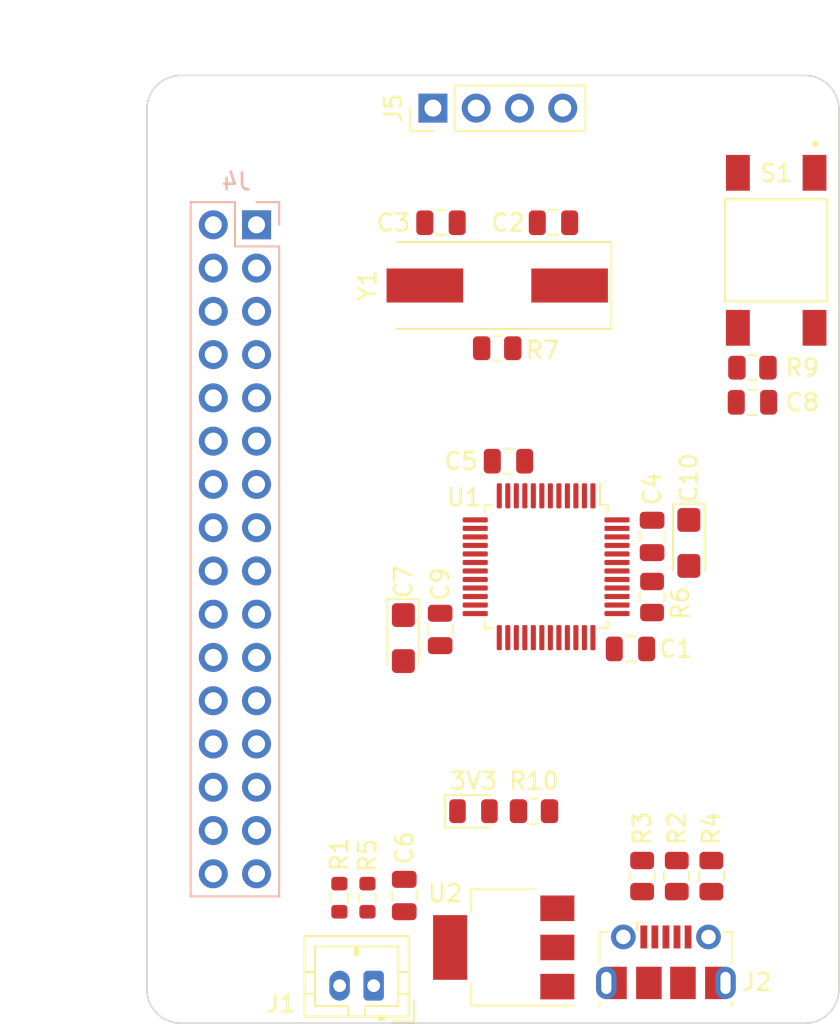
<source format=kicad_pcb>
(kicad_pcb (version 20211014) (generator pcbnew)
  (layers (0 "F.Cu" signal) (31 "B.Cu" signal) (34 "B.Paste" user) (35 "F.Paste" user) (36 "B.SilkS" user "B.Silkscreen") (37 "F.SilkS" user "F.Silkscreen") (38 "B.Mask" user) (39 "F.Mask" user) (44 "Edge.Cuts" user))
  (net 0 "")
  (net 1 "+3V3")
  (net 2 "GND")
  (net 3 "/OSCIN")
  (net 4 "/OSCOUT")
  (net 5 "/reset")
  (net 6 "Net-(J1-Pad2)")
  (net 7 "VBUS")
  (net 9 "+BATT")
  (net 10 "/USBD+")
  (net 11 "/USBD-")
  (net 12 "/BOOT_0")
  (net 28 "/D-")
  (net 29 "/D+")
  (net 30 "/AD_OS0")
  (net 31 "/AD_OS1")
  (net 32 "/AD_OS2")
  (net 33 "/AD_ST_A")
  (net 34 "/AD_ST_B")
  (net 35 "/AD_RST")
  (net 36 "/AD_SCK")
  (net 37 "/AD_CS")
  (net 38 "/AD_BUSY")
  (net 39 "/AD_FRST")
  (net 40 "/AD_DB0")
  (net 41 "/AD_DB1")
  (net 42 "/AD_DB2")
  (net 43 "/AD_DB3")
  (net 44 "/AD_DB4")
  (net 45 "/AD_DB5")
  (net 46 "/AD_DB6")
  (net 47 "/AD_DB7")
  (net 48 "/AD_DB8")
  (net 49 "/AD_DB9")
  (net 50 "/AD_DB10")
  (net 51 "/AD_DB11")
  (net 52 "/AD_DB12")
  (net 53 "/AD_DB13")
  (net 54 "/AD_DB14")
  (net 55 "/AD_DB15")
  (net 56 "/SWD_IO")
  (net 57 "/SWD_CLK")
  (net 58 "Net-(D1-Pad2)")
  (footprint "Capacitor_Tantalum_SMD:CP_EIA-3216-10_Kemet-I" (layer "F.Cu") (at 150.8762 93.996 -90)
    (fp_text reference "C10" (at -3.81 0 90) (layer "F.SilkS"))
    (fp_text value "10uF" hide)
    (fp_line (start 1.6 -0.935) (end -2.31 -0.935) (layer "F.SilkS") (width 0.12))
    (fp_line (start -2.31 0.935) (end 1.6 0.935) (layer "F.SilkS") (width 0.12))
    (fp_line (start -2.31 -0.935) (end -2.31 0.935) (layer "F.SilkS") (width 0.12))
    (pad "1" smd roundrect (at -1.35 0 270) (size 1.4 1.35) (layers "F.Cu" "F.Paste" "F.Mask") (roundrect_rratio 0.185185) (net 1 "+3V3"))
    (pad "2" smd roundrect (at 1.35 0 270) (size 1.4 1.35) (layers "F.Cu" "F.Paste" "F.Mask") (roundrect_rratio 0.185185) (net 2 "GND"))
  )
  (footprint "Crystal:Crystal_SMD_HC49-SD" (layer "F.Cu") (at 139.624 78.883 180)
    (fp_text reference "Y1" (at 7.62 0 90) (layer "F.SilkS"))
    (fp_text value "8MHz" hide)
    (fp_line (start -6.7 -2.55) (end -6.7 2.55) (layer "F.SilkS") (width 0.12))
    (fp_line (start 5.9 -2.55) (end -6.7 -2.55) (layer "F.SilkS") (width 0.12))
    (fp_line (start -6.7 2.55) (end 5.9 2.55) (layer "F.SilkS") (width 0.12))
    (pad "1" smd rect (at -4.25 0 180) (size 4.5 2) (layers "F.Cu" "F.Paste" "F.Mask") (net 3 "/OSCIN"))
    (pad "2" smd rect (at 4.25 0 180) (size 4.5 2) (layers "F.Cu" "F.Paste" "F.Mask") (net 4 "/OSCOUT"))
  )
  (footprint "Capacitor_SMD:C_0805_2012Metric" (layer "F.Cu") (at 136.322 75.2)
    (fp_text reference "C3" (at -2.794 0) (layer "F.SilkS"))
    (fp_text value "22pF" hide)
    (fp_line (start -0.261252 -0.735) (end 0.261252 -0.735) (layer "F.SilkS") (width 0.12))
    (fp_line (start -0.261252 0.735) (end 0.261252 0.735) (layer "F.SilkS") (width 0.12))
    (pad "1" smd roundrect (at -0.95 0) (size 1 1.45) (layers "F.Cu" "F.Paste" "F.Mask") (net 4 "/OSCOUT"))
    (pad "2" smd roundrect (at 0.95 0) (size 1 1.45) (layers "F.Cu" "F.Paste" "F.Mask") (net 2 "GND"))
  )
  (footprint "Package_TO_SOT_SMD:SOT-223-3_TabPin2" (layer "F.Cu") (at 140.005 117.745 180)
    (fp_text reference "U2" (at 3.429 3.175) (layer "F.SilkS"))
    (fp_text value "AMS1117-3.3" hide)
    (fp_line (start 1.91 3.41) (end 1.91 2.15) (layer "F.SilkS") (width 0.12))
    (fp_line (start -1.85 3.41) (end 1.91 3.41) (layer "F.SilkS") (width 0.12))
    (fp_line (start 1.91 -3.41) (end 1.91 -2.15) (layer "F.SilkS") (width 0.12))
    (fp_line (start -4.1 -3.41) (end 1.91 -3.41) (layer "F.SilkS") (width 0.12))
    (pad "1" smd rect (at -3.15 -2.3 180) (size 2 1.5) (layers "F.Cu" "F.Paste" "F.Mask") (net 2 "GND"))
    (pad "2" smd rect (at -3.15 0 180) (size 2 1.5) (layers "F.Cu" "F.Paste" "F.Mask") (net 1 "+3V3"))
    (pad "2" smd rect (at 3.15 0 180) (size 2 3.8) (layers "F.Cu" "F.Paste" "F.Mask") (net 1 "+3V3"))
    (pad "3" smd rect (at -3.15 2.3 180) (size 2 1.5) (layers "F.Cu" "F.Paste" "F.Mask") (net 7 "VBUS"))
  )
  (footprint "Capacitor_SMD:C_0805_2012Metric" (layer "F.Cu") (at 148.7172 93.615 -90)
    (fp_text reference "C4" (at -2.794 0 90) (layer "F.SilkS"))
    (fp_text value "100nF" hide)
    (fp_line (start -0.261252 -0.735) (end 0.261252 -0.735) (layer "F.SilkS") (width 0.12))
    (fp_line (start -0.261252 0.735) (end 0.261252 0.735) (layer "F.SilkS") (width 0.12))
    (pad "1" smd roundrect (at -0.95 0 270) (size 1 1.45) (layers "F.Cu" "F.Paste" "F.Mask") (net 1 "+3V3"))
    (pad "2" smd roundrect (at 0.95 0 270) (size 1 1.45) (layers "F.Cu" "F.Paste" "F.Mask") (net 2 "GND"))
  )
  (footprint "Resistor_SMD:R_0805_2012Metric" (layer "F.Cu") (at 139.624 82.566 180)
    (fp_text reference "R7" (at -2.667 -0.127) (layer "F.SilkS"))
    (fp_text value "1M" hide)
    (fp_line (start -0.227064 0.735) (end 0.227064 0.735) (layer "F.SilkS") (width 0.12))
    (fp_line (start -0.227064 -0.735) (end 0.227064 -0.735) (layer "F.SilkS") (width 0.12))
    (pad "1" smd roundrect (at -0.9125 0 180) (size 1.025 1.4) (layers "F.Cu" "F.Paste" "F.Mask") (roundrect_rratio 0.243902) (net 3 "/OSCIN"))
    (pad "2" smd roundrect (at 0.9125 0 180) (size 1.025 1.4) (layers "F.Cu" "F.Paste" "F.Mask") (roundrect_rratio 0.243902) (net 4 "/OSCOUT"))
  )
  (footprint "Capacitor_SMD:C_0805_2012Metric" (layer "F.Cu") (at 147.4472 100.219)
    (fp_text reference "C1" (at 2.667 0) (layer "F.SilkS"))
    (fp_text value "100nF" hide)
    (fp_line (start -0.261252 -0.735) (end 0.261252 -0.735) (layer "F.SilkS") (width 0.12))
    (fp_line (start -0.261252 0.735) (end 0.261252 0.735) (layer "F.SilkS") (width 0.12))
    (pad "1" smd roundrect (at -0.95 0) (size 1 1.45) (layers "F.Cu" "F.Paste" "F.Mask") (net 1 "+3V3"))
    (pad "2" smd roundrect (at 0.95 0) (size 1 1.45) (layers "F.Cu" "F.Paste" "F.Mask") (net 2 "GND"))
  )
  (footprint "Resistor_SMD:R_0805_2012Metric" (layer "F.Cu") (at 148.133 113.554 90)
    (fp_text reference "R3" (at 2.794 0 90) (layer "F.SilkS"))
    (fp_text value "20R" hide)
    (fp_line (start -0.227064 0.735) (end 0.227064 0.735) (layer "F.SilkS") (width 0.12))
    (fp_line (start -0.227064 -0.735) (end 0.227064 -0.735) (layer "F.SilkS") (width 0.12))
    (pad "1" smd roundrect (at -0.9125 0 90) (size 1.025 1.4) (layers "F.Cu" "F.Paste" "F.Mask") (roundrect_rratio 0.243902) (net 28 "/D-"))
    (pad "2" smd roundrect (at 0.9125 0 90) (size 1.025 1.4) (layers "F.Cu" "F.Paste" "F.Mask") (roundrect_rratio 0.243902) (net 11 "/USBD-"))
  )
  (footprint "Connector_USB:USB_Micro-B_Molex-105017-0001" (layer "F.Cu") (at 149.53 118.59)
    (fp_text reference "J2" (at 5.334 1.187) (layer "F.SilkS"))
    (fp_text value "USB_B_Micro" hide)
    (fp_line (start -3.9 0.0875) (end -3.9 -1.7625) (layer "F.SilkS") (width 0.12))
    (fp_line (start 3.9 -1.7625) (end 3.45 -1.7625) (layer "F.SilkS") (width 0.12))
    (fp_line (start -3.9 2.6375) (end -3.9 2.3875) (layer "F.SilkS") (width 0.12))
    (fp_line (start -1.7 -2.3125) (end -1.7 -1.8625) (layer "F.SilkS") (width 0.12))
    (fp_line (start -1.7 -2.3125) (end -1.25 -2.3125) (layer "F.SilkS") (width 0.12))
    (fp_line (start 3.9 0.0875) (end 3.9 -1.7625) (layer "F.SilkS") (width 0.12))
    (fp_line (start -3.9 -1.7625) (end -3.45 -1.7625) (layer "F.SilkS") (width 0.12))
    (fp_line (start 3.9 2.6375) (end 3.9 2.3875) (layer "F.SilkS") (width 0.12))
    (pad "1" smd rect (at -1.3 -1.4625) (size 0.4 1.35) (layers "F.Cu" "F.Paste" "F.Mask") (net 7 "VBUS"))
    (pad "2" smd rect (at -0.65 -1.4625) (size 0.4 1.35) (layers "F.Cu" "F.Paste" "F.Mask") (net 28 "/D-"))
    (pad "3" smd rect (at 0 -1.4625) (size 0.4 1.35) (layers "F.Cu" "F.Paste" "F.Mask") (net 29 "/D+"))
    (pad "4" smd rect (at 0.65 -1.4625) (size 0.4 1.35) (layers "F.Cu" "F.Paste" "F.Mask"))
    (pad "5" smd rect (at 1.3 -1.4625) (size 0.4 1.35) (layers "F.Cu" "F.Paste" "F.Mask") (net 2 "GND"))
    (pad "6" thru_hole circle (at -2.5 -1.4625) (size 1.45 1.45) (drill 0.85) (layers *.Cu *.Mask) (net 2 "GND"))
    (pad "6" smd rect (at 2.9 1.2375) (size 1.2 1.9) (layers "F.Cu" "F.Mask") (net 2 "GND"))
    (pad "6" smd rect (at -1 1.2375) (size 1.5 1.9) (layers "F.Cu" "F.Paste" "F.Mask") (net 2 "GND"))
    (pad "6" smd rect (at -2.9 1.2375) (size 1.2 1.9) (layers "F.Cu" "F.Mask") (net 2 "GND"))
    (pad "6" thru_hole oval (at 3.5 1.2375) (size 1.2 1.9) (drill oval 0.6 1.3) (layers *.Cu *.Mask) (net 2 "GND"))
    (pad "6" thru_hole circle (at 2.5 -1.4625) (size 1.45 1.45) (drill 0.85) (layers *.Cu *.Mask) (net 2 "GND"))
    (pad "6" thru_hole oval (at -3.5 1.2375 180) (size 1.2 1.9) (drill oval 0.6 1.3) (layers *.Cu *.Mask) (net 2 "GND"))
    (pad "6" smd rect (at 1 1.2375) (size 1.5 1.9) (layers "F.Cu" "F.Paste" "F.Mask") (net 2 "GND"))
  )
  (footprint "SW1437565-9:SW_4-1437565-9" (layer "F.Cu") (at 156.007 76.8175 -90)
    (fp_text reference "S1" (at -4.5385 0 180) (layer "F.SilkS"))
    (fp_text value "RESET" hide)
    (fp_line (start 3 -3) (end 3 3) (layer "F.SilkS") (width 0.127))
    (fp_line (start -3 3) (end -3 -3) (layer "F.SilkS") (width 0.127))
    (fp_line (start 3 -3) (end -3 -3) (layer "F.SilkS") (width 0.127))
    (fp_line (start 3 3) (end -3 3) (layer "F.SilkS") (width 0.127))
    (fp_circle (center -6.25 -2.3) (end -6.15 -2.3) (layer "F.SilkS") (width 0.2) (fill none))
    (pad "1" smd rect (at -4.55 -2.25 270) (size 2.1 1.4) (layers "F.Cu" "F.Paste" "F.Mask") (net 2 "GND"))
    (pad "2" smd rect (at 4.55 -2.25 270) (size 2.1 1.4) (layers "F.Cu" "F.Paste" "F.Mask") (net 2 "GND"))
    (pad "3" smd rect (at -4.55 2.25 270) (size 2.1 1.4) (layers "F.Cu" "F.Paste" "F.Mask") (net 5 "/reset"))
    (pad "4" smd rect (at 4.55 2.25 270) (size 2.1 1.4) (layers "F.Cu" "F.Paste" "F.Mask") (net 5 "/reset"))
  )
  (footprint "Resistor_SMD:R_0805_2012Metric" (layer "F.Cu") (at 148.7172 97.171 90)
    (fp_text reference "R6" (at -0.381 1.651 90) (layer "F.SilkS"))
    (fp_text value "10k" hide)
    (fp_line (start -0.227064 -0.735) (end 0.227064 -0.735) (layer "F.SilkS") (width 0.12))
    (fp_line (start -0.227064 0.735) (end 0.227064 0.735) (layer "F.SilkS") (width 0.12))
    (pad "1" smd roundrect (at -0.9125 0 90) (size 1.025 1.4) (layers "F.Cu" "F.Paste" "F.Mask") (roundrect_rratio 0.243902) (net 2 "GND"))
    (pad "2" smd roundrect (at 0.9125 0 90) (size 1.025 1.4) (layers "F.Cu" "F.Paste" "F.Mask") (roundrect_rratio 0.243902) (net 12 "/BOOT_0"))
  )
  (footprint "Resistor_SMD:R_0805_2012Metric" (layer "F.Cu") (at 154.61 83.709 180)
    (fp_text reference "R9" (at -2.921 0) (layer "F.SilkS"))
    (fp_text value "10k" hide)
    (fp_line (start -0.227064 0.735) (end 0.227064 0.735) (layer "F.SilkS") (width 0.12))
    (fp_line (start -0.227064 -0.735) (end 0.227064 -0.735) (layer "F.SilkS") (width 0.12))
    (pad "1" smd roundrect (at -0.9125 0 180) (size 1.025 1.4) (layers "F.Cu" "F.Paste" "F.Mask") (roundrect_rratio 0.243902) (net 1 "+3V3"))
    (pad "2" smd roundrect (at 0.9125 0 180) (size 1.025 1.4) (layers "F.Cu" "F.Paste" "F.Mask") (roundrect_rratio 0.243902) (net 5 "/reset"))
  )
  (footprint "Capacitor_SMD:C_0805_2012Metric" (layer "F.Cu") (at 154.61 85.741)
    (fp_text reference "C8" (at 2.921 0) (layer "F.SilkS"))
    (fp_text value "100nF" hide)
    (fp_line (start -0.261252 0.735) (end 0.261252 0.735) (layer "F.SilkS") (width 0.12))
    (fp_line (start -0.261252 -0.735) (end 0.261252 -0.735) (layer "F.SilkS") (width 0.12))
    (pad "1" smd roundrect (at -0.95 0) (size 1 1.45) (layers "F.Cu" "F.Paste" "F.Mask") (net 5 "/reset"))
    (pad "2" smd roundrect (at 0.95 0) (size 1 1.45) (layers "F.Cu" "F.Paste" "F.Mask") (net 2 "GND"))
  )
  (footprint "Capacitor_SMD:C_0805_2012Metric" (layer "F.Cu") (at 140.2844 89.1954 180)
    (fp_text reference "C5" (at 2.794 0) (layer "F.SilkS"))
    (fp_text value "100nF" hide)
    (fp_line (start -0.261252 0.735) (end 0.261252 0.735) (layer "F.SilkS") (width 0.12))
    (fp_line (start -0.261252 -0.735) (end 0.261252 -0.735) (layer "F.SilkS") (width 0.12))
    (pad "1" smd roundrect (at -0.95 0 180) (size 1 1.45) (layers "F.Cu" "F.Paste" "F.Mask") (net 1 "+3V3"))
    (pad "2" smd roundrect (at 0.95 0 180) (size 1 1.45) (layers "F.Cu" "F.Paste" "F.Mask") (net 2 "GND"))
  )
  (footprint "Resistor_SMD:R_0805_2012Metric" (layer "F.Cu") (at 152.197 113.554 90)
    (fp_text reference "R4" (at 2.794 0 90) (layer "F.SilkS"))
    (fp_text value "4k7" hide)
    (fp_line (start -0.227064 0.735) (end 0.227064 0.735) (layer "F.SilkS") (width 0.12))
    (fp_line (start -0.227064 -0.735) (end 0.227064 -0.735) (layer "F.SilkS") (width 0.12))
    (pad "1" smd roundrect (at -0.9125 0 90) (size 1.025 1.4) (layers "F.Cu" "F.Paste" "F.Mask") (roundrect_rratio 0.243902) (net 7 "VBUS"))
    (pad "2" smd roundrect (at 0.9125 0 90) (size 1.025 1.4) (layers "F.Cu" "F.Paste" "F.Mask") (roundrect_rratio 0.243902) (net 10 "/USBD+"))
  )
  (footprint "Connector_PinHeader_2.54mm:PinHeader_1x04_P2.54mm_Vertical" (layer "F.Cu") (at 135.85 68.469 90)
    (fp_text reference "J5" (at 0 -2.33 90) (layer "F.SilkS"))
    (fp_text value "SWD Conn" hide)
    (fp_line (start -1.33 8.95) (end 1.33 8.95) (layer "F.SilkS") (width 0.12))
    (fp_line (start -1.33 1.27) (end 1.33 1.27) (layer "F.SilkS") (width 0.12))
    (fp_line (start -1.33 0) (end -1.33 -1.33) (layer "F.SilkS") (width 0.12))
    (fp_line (start -1.33 -1.33) (end 0 -1.33) (layer "F.SilkS") (width 0.12))
    (fp_line (start 1.33 1.27) (end 1.33 8.95) (layer "F.SilkS") (width 0.12))
    (fp_line (start -1.33 1.27) (end -1.33 8.95) (layer "F.SilkS") (width 0.12))
    (pad "1" thru_hole rect locked (at 0 0 90) (size 1.7 1.7) (drill 1) (layers *.Cu *.Mask) (net 1 "+3V3"))
    (pad "2" thru_hole oval locked (at 0 2.54 90) (size 1.7 1.7) (drill 1) (layers *.Cu *.Mask) (net 56 "/SWD_IO"))
    (pad "3" thru_hole oval locked (at 0 5.08 90) (size 1.7 1.7) (drill 1) (layers *.Cu *.Mask) (net 57 "/SWD_CLK"))
    (pad "4" thru_hole oval locked (at 0 7.62 90) (size 1.7 1.7) (drill 1) (layers *.Cu *.Mask) (net 2 "GND"))
  )
  (footprint "Package_QFP:LQFP-48_7x7mm_P0.5mm" (layer "F.Cu") (at 142.4942 95.393 -90)
    (fp_text reference "U1" (at -4.064 4.826 180) (layer "F.SilkS"))
    (fp_text value "STM32F103C8Tx" hide)
    (fp_line (start 3.61 -3.61) (end 3.61 -3.16) (layer "F.SilkS") (width 0.12))
    (fp_line (start -3.16 3.61) (end -3.61 3.61) (layer "F.SilkS") (width 0.12))
    (fp_line (start -3.61 -3.16) (end -4.9 -3.16) (layer "F.SilkS") (width 0.12))
    (fp_line (start -3.16 -3.61) (end -3.61 -3.61) (layer "F.SilkS") (width 0.12))
    (fp_line (start 3.16 3.61) (end 3.61 3.61) (layer "F.SilkS") (width 0.12))
    (fp_line (start -3.61 3.61) (end -3.61 3.16) (layer "F.SilkS") (width 0.12))
    (fp_line (start 3.16 -3.61) (end 3.61 -3.61) (layer "F.SilkS") (width 0.12))
    (fp_line (start 3.61 3.61) (end 3.61 3.16) (layer "F.SilkS") (width 0.12))
    (fp_line (start -3.61 -3.61) (end -3.61 -3.16) (layer "F.SilkS") (width 0.12))
    (pad "1" smd roundrect (at -4.1625 -2.75 270) (size 1.475 0.3) (layers "F.Cu" "F.Paste" "F.Mask") (net 9 "+BATT"))
    (pad "2" smd roundrect (at -4.1625 -2.25 270) (size 1.475 0.3) (layers "F.Cu" "F.Paste" "F.Mask"))
    (pad "3" smd roundrect (at -4.1625 -1.75 270) (size 1.475 0.3) (layers "F.Cu" "F.Paste" "F.Mask"))
    (pad "4" smd roundrect (at -4.1625 -1.25 270) (size 1.475 0.3) (layers "F.Cu" "F.Paste" "F.Mask"))
    (pad "5" smd roundrect (at -4.1625 -0.75 270) (size 1.475 0.3) (layers "F.Cu" "F.Paste" "F.Mask") (net 3 "/OSCIN"))
    (pad "6" smd roundrect (at -4.1625 -0.25 270) (size 1.475 0.3) (layers "F.Cu" "F.Paste" "F.Mask") (net 4 "/OSCOUT"))
    (pad "7" smd roundrect (at -4.1625 0.25 270) (size 1.475 0.3) (layers "F.Cu" "F.Paste" "F.Mask") (net 5 "/reset"))
    (pad "8" smd roundrect (at -4.1625 0.75 270) (size 1.475 0.3) (layers "F.Cu" "F.Paste" "F.Mask") (net 2 "GND"))
    (pad "9" smd roundrect (at -4.1625 1.25 270) (size 1.475 0.3) (layers "F.Cu" "F.Paste" "F.Mask") (net 1 "+3V3"))
    (pad "10" smd roundrect (at -4.1625 1.75 270) (size 1.475 0.3) (layers "F.Cu" "F.Paste" "F.Mask"))
    (pad "11" smd roundrect (at -4.1625 2.25 270) (size 1.475 0.3) (layers "F.Cu" "F.Paste" "F.Mask"))
    (pad "12" smd roundrect (at -4.1625 2.75 270) (size 1.475 0.3) (layers "F.Cu" "F.Paste" "F.Mask"))
    (pad "13" smd roundrect (at -2.75 4.1625 270) (size 0.3 1.475) (layers "F.Cu" "F.Paste" "F.Mask"))
    (pad "14" smd roundrect (at -2.25 4.1625 270) (size 0.3 1.475) (layers "F.Cu" "F.Paste" "F.Mask"))
    (pad "15" smd roundrect (at -1.75 4.1625 270) (size 0.3 1.475) (layers "F.Cu" "F.Paste" "F.Mask"))
    (pad "16" smd roundrect (at -1.25 4.1625 270) (size 0.3 1.475) (layers "F.Cu" "F.Paste" "F.Mask"))
    (pad "17" smd roundrect (at -0.75 4.1625 270) (size 0.3 1.475) (layers "F.Cu" "F.Paste" "F.Mask"))
    (pad "18" smd roundrect (at -0.25 4.1625 270) (size 0.3 1.475) (layers "F.Cu" "F.Paste" "F.Mask") (net 40 "/AD_DB0"))
    (pad "19" smd roundrect (at 0.25 4.1625 270) (size 0.3 1.475) (layers "F.Cu" "F.Paste" "F.Mask") (net 41 "/AD_DB1"))
    (pad "20" smd roundrect (at 0.75 4.1625 270) (size 0.3 1.475) (layers "F.Cu" "F.Paste" "F.Mask") (net 42 "/AD_DB2"))
    (pad "21" smd roundrect (at 1.25 4.1625 270) (size 0.3 1.475) (layers "F.Cu" "F.Paste" "F.Mask") (net 50 "/AD_DB10"))
    (pad "22" smd roundrect (at 1.75 4.1625 270) (size 0.3 1.475) (layers "F.Cu" "F.Paste" "F.Mask") (net 51 "/AD_DB11"))
    (pad "23" smd roundrect (at 2.25 4.1625 270) (size 0.3 1.475) (layers "F.Cu" "F.Paste" "F.Mask") (net 2 "GND"))
    (pad "24" smd roundrect (at 2.75 4.1625 270) (size 0.3 1.475) (layers "F.Cu" "F.Paste" "F.Mask") (net 1 "+3V3"))
    (pad "25" smd roundrect (at 4.1625 2.75 270) (size 1.475 0.3) (layers "F.Cu" "F.Paste" "F.Mask") (net 52 "/AD_DB12"))
    (pad "26" smd roundrect (at 4.1625 2.25 270) (size 1.475 0.3) (layers "F.Cu" "F.Paste" "F.Mask") (net 53 "/AD_DB13"))
    (pad "27" smd roundrect (at 4.1625 1.75 270) (size 1.475 0.3) (layers "F.Cu" "F.Paste" "F.Mask") (net 54 "/AD_DB14"))
    (pad "28" smd roundrect (at 4.1625 1.25 270) (size 1.475 0.3) (layers "F.Cu" "F.Paste" "F.Mask") (net 55 "/AD_DB15"))
    (pad "29" smd roundrect (at 4.1625 0.75 270) (size 1.475 0.3) (layers "F.Cu" "F.Paste" "F.Mask"))
    (pad "30" smd roundrect (at 4.1625 0.25 270) (size 1.475 0.3) (layers "F.Cu" "F.Paste" "F.Mask"))
    (pad "31" smd roundrect (at 4.1625 -0.25 270) (size 1.475 0.3) (layers "F.Cu" "F.Paste" "F.Mask"))
    (pad "32" smd roundrect (at 4.1625 -0.75 270) (size 1.475 0.3) (layers "F.Cu" "F.Paste" "F.Mask") (net 11 "/USBD-"))
    (pad "33" smd roundrect (at 4.1625 -1.25 270) (size 1.475 0.3) (layers "F.Cu" "F.Paste" "F.Mask") (net 10 "/USBD+"))
    (pad "34" smd roundrect (at 4.1625 -1.75 270) (size 1.475 0.3) (layers "F.Cu" "F.Paste" "F.Mask") (net 56 "/SWD_IO"))
    (pad "35" smd roundrect (at 4.1625 -2.25 270) (size 1.475 0.3) (layers "F.Cu" "F.Paste" "F.Mask") (net 2 "GND"))
    (pad "36" smd roundrect (at 4.1625 -2.75 270) (size 1.475 0.3) (layers "F.Cu" "F.Paste" "F.Mask") (net 1 "+3V3"))
    (pad "37" smd roundrect (at 2.75 -4.1625 270) (size 0.3 1.475) (layers "F.Cu" "F.Paste" "F.Mask") (net 57 "/SWD_CLK"))
    (pad "38" smd roundrect (at 2.25 -4.1625 270) (size 0.3 1.475) (layers "F.Cu" "F.Paste" "F.Mask"))
    (pad "39" smd roundrect (at 1.75 -4.1625 270) (size 0.3 1.475) (layers "F.Cu" "F.Paste" "F.Mask") (net 43 "/AD_DB3"))
    (pad "40" smd roundrect (at 1.25 -4.1625 270) (size 0.3 1.475) (layers "F.Cu" "F.Paste" "F.Mask") (net 44 "/AD_DB4"))
    (pad "41" smd roundrect (at 0.75 -4.1625 270) (size 0.3 1.475) (layers "F.Cu" "F.Paste" "F.Mask") (net 45 "/AD_DB5"))
    (pad "42" smd roundrect (at 0.25 -4.1625 270) (size 0.3 1.475) (layers "F.Cu" "F.Paste" "F.Mask") (net 46 "/AD_DB6"))
    (pad "43" smd roundrect (at -0.25 -4.1625 270) (size 0.3 1.475) (layers "F.Cu" "F.Paste" "F.Mask") (net 47 "/AD_DB7"))
    (pad "44" smd roundrect (at -0.75 -4.1625 270) (size 0.3 1.475) (layers "F.Cu" "F.Paste" "F.Mask") (net 12 "/BOOT_0"))
    (pad "45" smd roundrect (at -1.25 -4.1625 270) (size 0.3 1.475) (layers "F.Cu" "F.Paste" "F.Mask") (net 48 "/AD_DB8"))
    (pad "46" smd roundrect (at -1.75 -4.1625 270) (size 0.3 1.475) (layers "F.Cu" "F.Paste" "F.Mask") (net 49 "/AD_DB9"))
    (pad "47" smd roundrect (at -2.25 -4.1625 270) (size 0.3 1.475) (layers "F.Cu" "F.Paste" "F.Mask") (net 2 "GND"))
    (pad "48" smd roundrect (at -2.75 -4.1625 270) (size 0.3 1.475) (layers "F.Cu" "F.Paste" "F.Mask") (net 1 "+3V3"))
  )
  (footprint "Capacitor_SMD:C_0805_2012Metric" (layer "F.Cu") (at 134.163 114.697 90)
    (fp_text reference "C6" (at 2.794 0 90) (layer "F.SilkS"))
    (fp_text value "100nF" hide)
    (fp_line (start -0.261252 -0.735) (end 0.261252 -0.735) (layer "F.SilkS") (width 0.12))
    (fp_line (start -0.261252 0.735) (end 0.261252 0.735) (layer "F.SilkS") (width 0.12))
    (pad "1" smd roundrect (at -0.95 0 90) (size 1 1.45) (layers "F.Cu" "F.Paste" "F.Mask") (net 1 "+3V3"))
    (pad "2" smd roundrect (at 0.95 0 90) (size 1 1.45) (layers "F.Cu" "F.Paste" "F.Mask") (net 2 "GND"))
  )
  (footprint "Resistor_SMD:R_0805_2012Metric" (layer "F.Cu") (at 141.783 109.744 180)
    (fp_text reference "R10" (at 0 1.778) (layer "F.SilkS"))
    (fp_text value "1k" hide)
    (fp_line (start -0.227064 0.735) (end 0.227064 0.735) (layer "F.SilkS") (width 0.12))
    (fp_line (start -0.227064 -0.735) (end 0.227064 -0.735) (layer "F.SilkS") (width 0.12))
    (pad "1" smd roundrect (at -0.9125 0 180) (size 1.025 1.4) (layers "F.Cu" "F.Paste" "F.Mask") (roundrect_rratio 0.243902) (net 1 "+3V3"))
    (pad "2" smd roundrect (at 0.9125 0 180) (size 1.025 1.4) (layers "F.Cu" "F.Paste" "F.Mask") (roundrect_rratio 0.243902) (net 58 "Net-(D1-Pad2)"))
  )
  (footprint "Capacitor_Tantalum_SMD:CP_EIA-3216-10_Kemet-I" (layer "F.Cu") (at 134.1122 99.584 -90)
    (fp_text reference "C7" (at -3.302 0 90) (layer "F.SilkS"))
    (fp_text value "10uF" hide)
    (fp_line (start 1.6 -0.935) (end -2.31 -0.935) (layer "F.SilkS") (width 0.12))
    (fp_line (start -2.31 -0.935) (end -2.31 0.935) (layer "F.SilkS") (width 0.12))
    (fp_line (start -2.31 0.935) (end 1.6 0.935) (layer "F.SilkS") (width 0.12))
    (pad "1" smd roundrect (at -1.35 0 270) (size 1.4 1.35) (layers "F.Cu" "F.Paste" "F.Mask") (roundrect_rratio 0.185185) (net 1 "+3V3"))
    (pad "2" smd roundrect (at 1.35 0 270) (size 1.4 1.35) (layers "F.Cu" "F.Paste" "F.Mask") (roundrect_rratio 0.185185) (net 2 "GND"))
  )
  (footprint "Resistor_SMD:R_0603_1608Metric" (layer "F.Cu") (at 132.004 114.824 90)
    (fp_text reference "R5" (at 2.476 0 90) (layer "F.SilkS"))
    (fp_text value "0R" hide)
    (fp_line (start -0.237258 -0.5225) (end 0.237258 -0.5225) (layer "F.SilkS") (width 0.12))
    (fp_line (start -0.237258 0.5225) (end 0.237258 0.5225) (layer "F.SilkS") (width 0.12))
    (pad "1" smd roundrect (at -0.825 0 90) (size 0.8 0.95) (layers "F.Cu" "F.Paste" "F.Mask") (net 1 "+3V3"))
    (pad "2" smd roundrect (at 0.825 0 90) (size 0.8 0.95) (layers "F.Cu" "F.Paste" "F.Mask") (net 9 "+BATT"))
  )
  (footprint "Connector_JST:JST_PH_B2B-PH-K_1x02_P2.00mm_Vertical" (layer "F.Cu") (at 132.369 119.988002 180)
    (fp_text reference "J1" (at 5.445 -1.058998) (layer "F.SilkS"))
    (fp_text value "Conn_01x02_Female" hide)
    (fp_line (start -0.6 -2.01) (end -0.6 -1.81) (layer "F.SilkS") (width 0.12))
    (fp_line (start 3.45 2.3) (end 3.45 -1.2) (layer "F.SilkS") (width 0.12))
    (fp_line (start 0.9 2.3) (end 0.9 1.8) (layer "F.SilkS") (width 0.12))
    (fp_line (start 1.1 1.8) (end 1.1 2.3) (layer "F.SilkS") (width 0.12))
    (fp_line (start -2.36 -2.11) (end -2.36 -0.86) (layer "F.SilkS") (width 0.12))
    (fp_line (start 4.06 0.8) (end 3.45 0.8) (layer "F.SilkS") (width 0.12))
    (fp_line (start 4.06 -0.5) (end 3.45 -0.5) (layer "F.SilkS") (width 0.12))
    (fp_line (start 4.06 -1.81) (end -2.06 -1.81) (layer "F.SilkS") (width 0.12))
    (fp_line (start 0.5 -1.2) (end -1.45 -1.2) (layer "F.SilkS") (width 0.12))
    (fp_line (start -0.3 -1.91) (end -0.6 -1.91) (layer "F.SilkS") (width 0.12))
    (fp_line (start -0.3 -1.81) (end -0.3 -2.01) (layer "F.SilkS") (width 0.12))
    (fp_line (start 3.45 -1.2) (end 1.5 -1.2) (layer "F.SilkS") (width 0.12))
    (fp_line (start -0.3 -2.01) (end -0.6 -2.01) (layer "F.SilkS") (width 0.12))
    (fp_line (start 4.06 2.91) (end 4.06 -1.81) (layer "F.SilkS") (width 0.12))
    (fp_line (start -2.06 -1.81) (end -2.06 2.91) (layer "F.SilkS") (width 0.12))
    (fp_line (start 0.5 -1.81) (end 0.5 -1.2) (layer "F.SilkS") (width 0.12))
    (fp_line (start -1.45 2.3) (end 3.45 2.3) (layer "F.SilkS") (width 0.12))
    (fp_line (start 0.9 1.8) (end 1.1 1.8) (layer "F.SilkS") (width 0.12))
    (fp_line (start -1.11 -2.11) (end -2.36 -2.11) (layer "F.SilkS") (width 0.12))
    (fp_line (start 1 2.3) (end 1 1.8) (layer "F.SilkS") (width 0.12))
    (fp_line (start -1.45 -1.2) (end -1.45 2.3) (layer "F.SilkS") (width 0.12))
    (fp_line (start -2.06 -0.5) (end -1.45 -0.5) (layer "F.SilkS") (width 0.12))
    (fp_line (start -2.06 0.8) (end -1.45 0.8) (layer "F.SilkS") (width 0.12))
    (fp_line (start 1.5 -1.2) (end 1.5 -1.81) (layer "F.SilkS") (width 0.12))
    (fp_line (start -2.06 2.91) (end 4.06 2.91) (layer "F.SilkS") (width 0.12))
    (pad "1" thru_hole roundrect (at 0 0 180) (size 1.2 1.75) (drill 0.75) (layers *.Cu *.Mask) (roundrect_rratio 0.208333) (net 2 "GND"))
    (pad "2" thru_hole oval (at 2 0 180) (size 1.2 1.75) (drill 0.75) (layers *.Cu *.Mask) (net 6 "Net-(J1-Pad2)"))
  )
  (footprint "Resistor_SMD:R_0805_2012Metric" (layer "F.Cu") (at 150.165 113.554 90)
    (fp_text reference "R2" (at 2.794 0 90) (layer "F.SilkS"))
    (fp_text value "20R" hide)
    (fp_line (start -0.227064 -0.735) (end 0.227064 -0.735) (layer "F.SilkS") (width 0.12))
    (fp_line (start -0.227064 0.735) (end 0.227064 0.735) (layer "F.SilkS") (width 0.12))
    (pad "1" smd roundrect (at -0.9125 0 90) (size 1.025 1.4) (layers "F.Cu" "F.Paste" "F.Mask") (roundrect_rratio 0.243902) (net 29 "/D+"))
    (pad "2" smd roundrect (at 0.9125 0 90) (size 1.025 1.4) (layers "F.Cu" "F.Paste" "F.Mask") (roundrect_rratio 0.243902) (net 10 "/USBD+"))
  )
  (footprint "Capacitor_SMD:C_0805_2012Metric" (layer "F.Cu") (at 142.926 75.2 180)
    (fp_text reference "C2" (at 2.667 0) (layer "F.SilkS"))
    (fp_text value "22pF" hide)
    (fp_line (start -0.261252 0.735) (end 0.261252 0.735) (layer "F.SilkS") (width 0.12))
    (fp_line (start -0.261252 -0.735) (end 0.261252 -0.735) (layer "F.SilkS") (width 0.12))
    (pad "1" smd roundrect (at -0.95 0 180) (size 1 1.45) (layers "F.Cu" "F.Paste" "F.Mask") (net 3 "/OSCIN"))
    (pad "2" smd roundrect (at 0.95 0 180) (size 1 1.45) (layers "F.Cu" "F.Paste" "F.Mask") (net 2 "GND"))
  )
  (footprint "Resistor_SMD:R_0603_1608Metric" (layer "F.Cu") (at 130.353 114.824 -90)
    (fp_text reference "R1" (at -2.54 0 90) (layer "F.SilkS"))
    (fp_text value "0R" hide)
    (fp_line (start -0.237258 -0.5225) (end 0.237258 -0.5225) (layer "F.SilkS") (width 0.12))
    (fp_line (start -0.237258 0.5225) (end 0.237258 0.5225) (layer "F.SilkS") (width 0.12))
    (pad "1" smd roundrect (at -0.825 0 270) (size 0.8 0.95) (layers "F.Cu" "F.Paste" "F.Mask") (net 9 "+BATT"))
    (pad "2" smd roundrect (at 0.825 0 270) (size 0.8 0.95) (layers "F.Cu" "F.Paste" "F.Mask") (net 6 "Net-(J1-Pad2)"))
  )
  (footprint "LED_SMD:LED_0805_2012Metric" (layer "F.Cu") (at 138.227003 109.744002)
    (fp_text reference "D1" hide)
    (fp_text value "3V3" (at 0 -1.778002) (layer "F.SilkS"))
    (fp_line (start -1.685 -0.96) (end -1.685 0.96) (layer "F.SilkS") (width 0.12))
    (fp_line (start -1.685 0.96) (end 1 0.96) (layer "F.SilkS") (width 0.12))
    (fp_line (start 1 -0.96) (end -1.685 -0.96) (layer "F.SilkS") (width 0.12))
    (pad "1" smd roundrect (at -0.9375 0) (size 0.975 1.4) (layers "F.Cu" "F.Paste" "F.Mask") (net 2 "GND"))
    (pad "2" smd roundrect (at 0.9375 0) (size 0.975 1.4) (layers "F.Cu" "F.Paste" "F.Mask") (net 58 "Net-(D1-Pad2)"))
  )
  (footprint "Capacitor_SMD:C_0805_2012Metric" (layer "F.Cu") (at 136.2712 99.076 -90)
    (fp_text reference "C9" (at -2.667 0 90) (layer "F.SilkS"))
    (fp_text value "100nF" hide)
    (fp_line (start -0.261252 0.735) (end 0.261252 0.735) (layer "F.SilkS") (width 0.12))
    (fp_line (start -0.261252 -0.735) (end 0.261252 -0.735) (layer "F.SilkS") (width 0.12))
    (pad "1" smd roundrect (at -0.95 0 270) (size 1 1.45) (layers "F.Cu" "F.Paste" "F.Mask") (net 1 "+3V3"))
    (pad "2" smd roundrect (at 0.95 0 270) (size 1 1.45) (layers "F.Cu" "F.Paste" "F.Mask") (net 2 "GND"))
  )
  (footprint "Connector_PinHeader_2.54mm:PinHeader_2x16_P2.54mm_Vertical" (layer "B.Cu") (at 125.49 75.32 180)
    (fp_text reference "J4" (at 1.189 2.54) (layer "B.SilkS") (effects (justify mirror)))
    (fp_text value "AD7606 Interface" hide)
    (fp_line (start -1.33 1.33) (end 0 1.33) (layer "B.SilkS") (width 0.12))
    (fp_line (start -1.33 -39.43) (end 3.87 -39.43) (layer "B.SilkS") (width 0.12))
    (fp_line (start -1.33 -1.27) (end 1.27 -1.27) (layer "B.SilkS") (width 0.12))
    (fp_line (start -1.33 -1.27) (end -1.33 -39.43) (layer "B.SilkS") (width 0.12))
    (fp_line (start 1.27 -1.27) (end 1.27 1.33) (layer "B.SilkS") (width 0.12))
    (fp_line (start -1.33 0) (end -1.33 1.33) (layer "B.SilkS") (width 0.12))
    (fp_line (start 3.87 1.33) (end 3.87 -39.43) (layer "B.SilkS") (width 0.12))
    (fp_line (start 1.27 1.33) (end 3.87 1.33) (layer "B.SilkS") (width 0.12))
    (pad "1" thru_hole rect locked (at 0 0 180) (size 1.7 1.7) (drill 1) (layers *.Cu *.Mask) (net 1 "+3V3"))
    (pad "2" thru_hole oval locked (at 2.54 0 180) (size 1.7 1.7) (drill 1) (layers *.Cu *.Mask) (net 1 "+3V3"))
    (pad "3" thru_hole oval locked (at 0 -2.54 180) (size 1.7 1.7) (drill 1) (layers *.Cu *.Mask) (net 2 "GND"))
    (pad "4" thru_hole oval locked (at 2.54 -2.54 180) (size 1.7 1.7) (drill 1) (layers *.Cu *.Mask) (net 2 "GND"))
    (pad "5" thru_hole oval locked (at 0 -5.08 180) (size 1.7 1.7) (drill 1) (layers *.Cu *.Mask) (net 30 "/AD_OS0"))
    (pad "6" thru_hole oval locked (at 2.54 -5.08 180) (size 1.7 1.7) (drill 1) (layers *.Cu *.Mask) (net 31 "/AD_OS1"))
    (pad "7" thru_hole oval locked (at 0 -7.62 180) (size 1.7 1.7) (drill 1) (layers *.Cu *.Mask) (net 32 "/AD_OS2"))
    (pad "8" thru_hole oval locked (at 2.54 -7.62 180) (size 1.7 1.7) (drill 1) (layers *.Cu *.Mask) (net 33 "/AD_ST_A"))
    (pad "9" thru_hole oval locked (at 0 -10.16 180) (size 1.7 1.7) (drill 1) (layers *.Cu *.Mask) (net 34 "/AD_ST_B"))
    (pad "10" thru_hole oval locked (at 2.54 -10.16 180) (size 1.7 1.7) (drill 1) (layers *.Cu *.Mask) (net 35 "/AD_RST"))
    (pad "11" thru_hole oval locked (at 0 -12.7 180) (size 1.7 1.7) (drill 1) (layers *.Cu *.Mask) (net 36 "/AD_SCK"))
    (pad "12" thru_hole oval locked (at 2.54 -12.7 180) (size 1.7 1.7) (drill 1) (layers *.Cu *.Mask) (net 37 "/AD_CS"))
    (pad "13" thru_hole oval locked (at 0 -15.24 180) (size 1.7 1.7) (drill 1) (layers *.Cu *.Mask) (net 38 "/AD_BUSY"))
    (pad "14" thru_hole oval locked (at 2.54 -15.24 180) (size 1.7 1.7) (drill 1) (layers *.Cu *.Mask) (net 39 "/AD_FRST"))
    (pad "15" thru_hole oval locked (at 0 -17.78 180) (size 1.7 1.7) (drill 1) (layers *.Cu *.Mask) (net 40 "/AD_DB0"))
    (pad "16" thru_hole oval locked (at 2.54 -17.78 180) (size 1.7 1.7) (drill 1) (layers *.Cu *.Mask) (net 41 "/AD_DB1"))
    (pad "17" thru_hole oval locked (at 0 -20.32 180) (size 1.7 1.7) (drill 1) (layers *.Cu *.Mask) (net 42 "/AD_DB2"))
    (pad "18" thru_hole oval locked (at 2.54 -20.32 180) (size 1.7 1.7) (drill 1) (layers *.Cu *.Mask) (net 43 "/AD_DB3"))
    (pad "19" thru_hole oval locked (at 0 -22.86 180) (size 1.7 1.7) (drill 1) (layers *.Cu *.Mask) (net 44 "/AD_DB4"))
    (pad "20" thru_hole oval locked (at 2.54 -22.86 180) (size 1.7 1.7) (drill 1) (layers *.Cu *.Mask) (net 45 "/AD_DB5"))
    (pad "21" thru_hole oval locked (at 0 -25.4 180) (size 1.7 1.7) (drill 1) (layers *.Cu *.Mask) (net 46 "/AD_DB6"))
    (pad "22" thru_hole oval locked (at 2.54 -25.4 180) (size 1.7 1.7) (drill 1) (layers *.Cu *.Mask) (net 47 "/AD_DB7"))
    (pad "23" thru_hole oval locked (at 0 -27.94 180) (size 1.7 1.7) (drill 1) (layers *.Cu *.Mask) (net 48 "/AD_DB8"))
    (pad "24" thru_hole oval locked (at 2.54 -27.94 180) (size 1.7 1.7) (drill 1) (layers *.Cu *.Mask) (net 49 "/AD_DB9"))
    (pad "25" thru_hole oval locked (at 0 -30.48 180) (size 1.7 1.7) (drill 1) (layers *.Cu *.Mask) (net 50 "/AD_DB10"))
    (pad "26" thru_hole oval locked (at 2.54 -30.48 180) (size 1.7 1.7) (drill 1) (layers *.Cu *.Mask) (net 51 "/AD_DB11"))
    (pad "27" thru_hole oval locked (at 0 -33.02 180) (size 1.7 1.7) (drill 1) (layers *.Cu *.Mask) (net 52 "/AD_DB12"))
    (pad "28" thru_hole oval locked (at 2.54 -33.02 180) (size 1.7 1.7) (drill 1) (layers *.Cu *.Mask) (net 53 "/AD_DB13"))
    (pad "29" thru_hole oval locked (at 0 -35.56 180) (size 1.7 1.7) (drill 1) (layers *.Cu *.Mask) (net 54 "/AD_DB14"))
    (pad "30" thru_hole oval locked (at 2.54 -35.56 180) (size 1.7 1.7) (drill 1) (layers *.Cu *.Mask) (net 55 "/AD_DB15"))
    (pad "31" thru_hole oval locked (at 0 -38.1 180) (size 1.7 1.7) (drill 1) (layers *.Cu *.Mask) (net 2 "GND"))
    (pad "32" thru_hole oval locked (at 2.54 -38.1 180) (size 1.7 1.7) (drill 1) (layers *.Cu *.Mask) (net 2 "GND"))
  )
  (gr_line (start 159.69 120.19) (end 159.69 68.55) (layer "Edge.Cuts") (width 0.1))
  (gr_arc (start 159.69 120.19) (mid 159.104214 121.604214) (end 157.69 122.19) (layer "Edge.Cuts") (width 0.1))
  (gr_line (start 121.05 66.55) (end 157.69 66.55) (layer "Edge.Cuts") (width 0.1))
  (gr_arc (start 119.05 68.55) (mid 119.635786 67.135786) (end 121.05 66.55) (layer "Edge.Cuts") (width 0.1))
  (gr_line (start 121.05 122.19) (end 157.69 122.19) (layer "Edge.Cuts") (width 0.1))
  (gr_line (start 119.05 120.19) (end 119.05 68.55) (layer "Edge.Cuts") (width 0.1))
  (gr_arc (start 157.69 66.55) (mid 159.104214 67.135786) (end 159.69 68.55) (layer "Edge.Cuts") (width 0.1))
  (gr_arc (start 121.05 122.19) (mid 119.635786 121.604214) (end 119.05 120.19) (layer "Edge.Cuts") (width 0.1))
)
</source>
